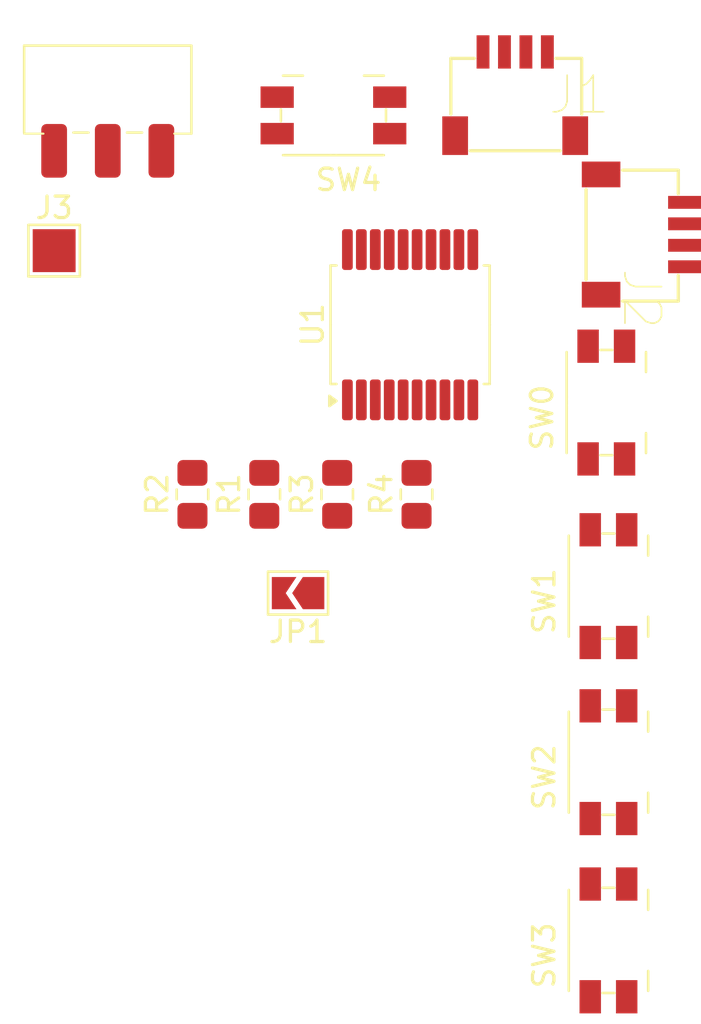
<source format=kicad_pcb>
(kicad_pcb (version 20241229) (generator "pcbnew") (generator_version "9.0")
  (layers (0 "F.Cu" signal) (2 "B.Cu" signal) (13 "F.Paste" user) (15 "B.Paste" user) (5 "F.SilkS" user "F.Silkscreen") (7 "B.SilkS" user "B.Silkscreen") (1 "F.Mask" user) (3 "B.Mask" user) (25 "Edge.Cuts" user))
  (net 0 "")
  (net 1 "/SDA")
  (net 2 "/SCL")
  (net 3 "GND")
  (net 5 "VCC")
  (net 9 "Net-(J3-Pin_1)")
  (net 10 "/A0")
  (net 11 "Net-(U1-~{RESET})")
  (net 12 "/index")
  (net 13 "/middle")
  (net 14 "/ring")
  (net 15 "/pinky")
  (net 16 "/thumb")
  (footprint "sw_spdt_slide_mskt-12c03:Untitled" (layer "F.Cu") (at 224.9 76.4 180)
    (property "Reference" "SW5" (hide yes))
    (property "Value" "SW_DPDT_x2" (hide yes))
    (fp_line (start 3.9 -1.65) (end 3.9 2.4) (stroke (width 0.12)) (layer "F.SilkS"))
    (fp_line (start 3 -1.7) (end 3.9 -1.7) (stroke (width 0.1)) (layer "F.SilkS"))
    (fp_line (start 1.6 -1.65) (end 0.9 -1.65) (stroke (width 0.12)) (layer "F.SilkS"))
    (fp_line (start -0.9 -1.65) (end -1.6 -1.65) (stroke (width 0.12)) (layer "F.SilkS"))
    (fp_line (start -3.1 -1.7) (end -3.9 -1.7) (stroke (width 0.1)) (layer "F.SilkS"))
    (fp_line (start -3.9 2.4) (end 3.9 2.4) (stroke (width 0.12)) (layer "F.SilkS"))
    (fp_line (start -3.9 2.4) (end -3.9 -1.7) (stroke (width 0.12)) (layer "F.SilkS"))
    (pad "" np_thru_hole circle (at -1.5 0.25 180) (size 0.9 0.9) (drill 0.9) (layers "*.Cu" "*.Mask"))
    (pad "" np_thru_hole circle (at 1.5 0.25 180) (size 0.9 0.9) (drill 0.9) (layers "*.Cu" "*.Mask"))
    (pad "1" smd roundrect (at -2.5 -2.5 180) (size 1.2 2.5) (layers "F.Cu" "F.Mask" "F.Paste") (roundrect_rratio 0.2))
    (pad "2" smd roundrect (at 0 -2.5 180) (size 1.2 2.5) (layers "F.Cu" "F.Mask" "F.Paste") (roundrect_rratio 0.2) (net 3 "GND"))
    (pad "3" smd roundrect (at 2.5 -2.5 180) (size 1.2 2.5) (layers "F.Cu" "F.Mask" "F.Paste") (roundrect_rratio 0.2) (net 9 "Net-(J3-Pin_1)"))
  )
  (footprint "Button_Switch_SMD:Panasonic_EVQPUL_EVQPUC" (layer "F.Cu") (at 248.25 115.675 -90)
    (property "Reference" "SW3" (at 0.7 3 90) (layer "F.SilkS"))
    (property "Value" "SW_Push" (hide yes))
    (fp_line (start 2.35 1.85) (end -2.35 1.85) (stroke (width 0.12)) (layer "F.SilkS"))
    (fp_line (start -2.45 0.275) (end -2.45 -0.275) (stroke (width 0.12)) (layer "F.SilkS"))
    (fp_line (start 2.45 0.275) (end 2.45 -0.275) (stroke (width 0.12)) (layer "F.SilkS"))
    (fp_line (start -1.425 -1.85) (end -2.35 -1.85) (stroke (width 0.12)) (layer "F.SilkS"))
    (fp_line (start 2.35 -1.85) (end 1.425 -1.85) (stroke (width 0.12)) (layer "F.SilkS"))
    (pad "" np_thru_hole circle (at 0 -1.375 90) (size 0.75 0.75) (drill 0.75) (layers "*.Cu" "*.Mask"))
    (pad "" np_thru_hole circle (at 0 1.375 90) (size 0.75 0.75) (drill 0.75) (layers "*.Cu" "*.Mask"))
    (pad "1" smd rect (at -2.625 -0.85 90) (size 1.55 1) (layers "F.Cu" "F.Mask" "F.Paste") (net 15 "/pinky"))
    (pad "1" smd rect (at 2.625 -0.85 90) (size 1.55 1) (layers "F.Cu" "F.Mask" "F.Paste") (net 15 "/pinky"))
    (pad "2" smd rect (at -2.625 0.85 90) (size 1.55 1) (layers "F.Cu" "F.Mask" "F.Paste") (net 3 "GND"))
    (pad "2" smd rect (at 2.625 0.85 90) (size 1.55 1) (layers "F.Cu" "F.Mask" "F.Paste") (net 3 "GND"))
  )
  (footprint "Package_SO:SSOP-20_5.3x7.2mm_P0.65mm" (layer "F.Cu") (at 239 87 90)
    (property "Reference" "U1" (at 0 -4.55 90) (layer "F.SilkS"))
    (property "Value" "MCP23008-xSS" (hide yes))
    (fp_line (start 2.76 -3.71) (end 2.76 -3.435) (stroke (width 0.12)) (layer "F.SilkS"))
    (fp_line (start 0 -3.71) (end 2.76 -3.71) (stroke (width 0.12)) (layer "F.SilkS"))
    (fp_line (start 0 -3.71) (end -2.76 -3.71) (stroke (width 0.12)) (layer "F.SilkS"))
    (fp_line (start -2.76 -3.71) (end -2.76 -3.435) (stroke (width 0.12)) (layer "F.SilkS"))
    (fp_line (start 2.76 3.71) (end 2.76 3.435) (stroke (width 0.12)) (layer "F.SilkS"))
    (fp_line (start 0 3.71) (end 2.76 3.71) (stroke (width 0.12)) (layer "F.SilkS"))
    (fp_line (start 0 3.71) (end -2.76 3.71) (stroke (width 0.12)) (layer "F.SilkS"))
    (fp_line (start -2.76 3.71) (end -2.76 3.435) (stroke (width 0.12)) (layer "F.SilkS"))
    (fp_poly (pts (xy -3.55 -3.435) (xy -3.79 -3.765) (xy -3.31 -3.765) (xy -3.55 -3.435)) (stroke (width 0.12)) (fill yes) (layer "F.SilkS"))
    (pad "1" smd roundrect (at -3.5 -2.925 90) (size 1.9 0.5) (layers "F.Cu" "F.Mask" "F.Paste") (net 2 "/SCL"))
    (pad "2" smd roundrect (at -3.5 -2.275 90) (size 1.9 0.5) (layers "F.Cu" "F.Mask" "F.Paste") (net 1 "/SDA"))
    (pad "3" smd roundrect (at -3.5 -1.625 90) (size 1.9 0.5) (layers "F.Cu" "F.Mask" "F.Paste") (net 3 "GND"))
    (pad "4" smd roundrect (at -3.5 -0.975 90) (size 1.9 0.5) (layers "F.Cu" "F.Mask" "F.Paste") (net 3 "GND"))
    (pad "5" smd roundrect (at -3.5 -0.325 90) (size 1.9 0.5) (layers "F.Cu" "F.Mask" "F.Paste") (net 10 "/A0"))
    (pad "6" smd roundrect (at -3.5 0.325 90) (size 1.9 0.5) (layers "F.Cu" "F.Mask" "F.Paste") (net 11 "Net-(U1-~{RESET})"))
    (pad "7" smd roundrect (at -3.5 0.975 90) (size 1.9 0.5) (layers "F.Cu" "F.Mask" "F.Paste"))
    (pad "8" smd roundrect (at -3.5 1.625 90) (size 1.9 0.5) (layers "F.Cu" "F.Mask" "F.Paste"))
    (pad "9" smd roundrect (at -3.5 2.275 90) (size 1.9 0.5) (layers "F.Cu" "F.Mask" "F.Paste") (net 3 "GND"))
    (pad "10" smd roundrect (at -3.5 2.925 90) (size 1.9 0.5) (layers "F.Cu" "F.Mask" "F.Paste"))
    (pad "11" smd roundrect (at 3.5 2.925 90) (size 1.9 0.5) (layers "F.Cu" "F.Mask" "F.Paste"))
    (pad "12" smd roundrect (at 3.5 2.275 90) (size 1.9 0.5) (layers "F.Cu" "F.Mask" "F.Paste") (net 12 "/index"))
    (pad "13" smd roundrect (at 3.5 1.625 90) (size 1.9 0.5) (layers "F.Cu" "F.Mask" "F.Paste") (net 13 "/middle"))
    (pad "14" smd roundrect (at 3.5 0.975 90) (size 1.9 0.5) (layers "F.Cu" "F.Mask" "F.Paste") (net 14 "/ring"))
    (pad "15" smd roundrect (at 3.5 0.325 90) (size 1.9 0.5) (layers "F.Cu" "F.Mask" "F.Paste") (net 15 "/pinky"))
    (pad "16" smd roundrect (at 3.5 -0.325 90) (size 1.9 0.5) (layers "F.Cu" "F.Mask" "F.Paste") (net 16 "/thumb"))
    (pad "17" smd roundrect (at 3.5 -0.975 90) (size 1.9 0.5) (layers "F.Cu" "F.Mask" "F.Paste"))
    (pad "18" smd roundrect (at 3.5 -1.625 90) (size 1.9 0.5) (layers "F.Cu" "F.Mask" "F.Paste"))
    (pad "19" smd roundrect (at 3.5 -2.275 90) (size 1.9 0.5) (layers "F.Cu" "F.Mask" "F.Paste"))
    (pad "20" smd roundrect (at 3.5 -2.925 90) (size 1.9 0.5) (layers "F.Cu" "F.Mask" "F.Paste") (net 5 "VCC"))
  )
  (footprint "Resistor_SMD:R_0805_2012Metric_Pad1.20x1.40mm_HandSolder" (layer "F.Cu") (at 228.85 94.9 90)
    (property "Reference" "R2" (at 0 -1.65 90) (layer "F.SilkS"))
    (property "Value" "10k")
    (fp_line (start -0.227064 -0.735) (end 0.227064 -0.735) (stroke (width 0.12)) (layer "F.SilkS"))
    (fp_line (start -0.227064 0.735) (end 0.227064 0.735) (stroke (width 0.12)) (layer "F.SilkS"))
    (pad "1" smd roundrect (at -1 0 90) (size 1.2 1.4) (layers "F.Cu" "F.Mask" "F.Paste") (roundrect_rratio 0.208333) (net 5 "VCC"))
    (pad "2" smd roundrect (at 1 0 90) (size 1.2 1.4) (layers "F.Cu" "F.Mask" "F.Paste") (roundrect_rratio 0.208333) (net 2 "/SCL"))
  )
  (footprint "Jumper:SolderJumper-2_P1.3mm_Open_TrianglePad1.0x1.5mm" (layer "F.Cu") (at 233.775 99.5 180)
    (property "Reference" "JP1" (at 0 -1.8 0) (layer "F.SilkS"))
    (property "Value" "SolderJumper_2_Open" (hide yes))
    (fp_line (start 1.4 1) (end -1.4 1) (stroke (width 0.12)) (layer "F.SilkS"))
    (fp_line (start 1.4 -1) (end 1.4 1) (stroke (width 0.12)) (layer "F.SilkS"))
    (fp_line (start -1.4 1) (end -1.4 -1) (stroke (width 0.12)) (layer "F.SilkS"))
    (fp_line (start -1.4 -1) (end 1.4 -1) (stroke (width 0.12)) (layer "F.SilkS"))
    (pad "1" smd custom (at -0.725 0 180) (size 0.3 0.3) (layers "F.Cu" "F.Mask") (net 10 "/A0") (options (clearance outline) (anchor rect)) (primitives (gr_poly (pts (xy 1 0) (xy 0.5 0.75) (xy -0.5 0.75) (xy -0.5 -0.75) (xy 0.5 -0.75)) (width 0) (fill yes))))
    (pad "2" smd custom (at 0.725 0 180) (size 0.3 0.3) (layers "F.Cu" "F.Mask") (net 5 "VCC") (options (clearance outline) (anchor rect)) (primitives (gr_poly (pts (xy 0.5 0.75) (xy -0.65 0.75) (xy -0.15 0) (xy -0.65 -0.75) (xy 0.5 -0.75)) (width 0) (fill yes))))
  )
  (footprint "footprints:JST_SH4" (layer "F.Cu") (at 249.8 82.8 -90)
    (property "Reference" "J2" (at 4.5 -1 270) (layer "F.SilkS") (effects (font (size 1.703222 1.703222) (thickness 0.074778)) (justify right top)))
    (property "Value" "Conn_01x06_Socket" (hide yes))
    (fp_line (start -2.1 2.594) (end 2.1 2.594) (stroke (width 0.1524)) (layer "F.SilkS"))
    (fp_line (start -3 0.894) (end -3 -1.706) (stroke (width 0.1524)) (layer "F.SilkS"))
    (fp_line (start -3 -1.706) (end -1.9 -1.706) (stroke (width 0.1524)) (layer "F.SilkS"))
    (fp_line (start 1.9 -1.706) (end 3.1 -1.706) (stroke (width 0.1524)) (layer "F.SilkS"))
    (fp_line (start 3.1 -1.706) (end 3.1 0.894) (stroke (width 0.1524)) (layer "F.SilkS"))
    (pad "1" smd rect (at -1.5 -2.006) (size 1.55 0.6) (layers "F.Cu" "F.Mask" "F.Paste") (net 3 "GND"))
    (pad "2" smd rect (at -0.5 -2.006) (size 1.55 0.6) (layers "F.Cu" "F.Mask" "F.Paste") (net 5 "VCC"))
    (pad "3" smd rect (at 0.5 -2.006) (size 1.55 0.6) (layers "F.Cu" "F.Mask" "F.Paste") (net 1 "/SDA"))
    (pad "4" smd rect (at 1.5 -2.006) (size 1.55 0.6) (layers "F.Cu" "F.Mask" "F.Paste") (net 2 "/SCL"))
    (pad "5" smd rect (at -2.8 1.894) (size 1.8 1.2) (layers "F.Cu" "F.Mask" "F.Paste"))
    (pad "6" smd rect (at 2.8 1.894) (size 1.8 1.2) (layers "F.Cu" "F.Mask" "F.Paste"))
  )
  (footprint "Button_Switch_SMD:Panasonic_EVQPUL_EVQPUC" (layer "F.Cu") (at 248.25 99.175 -90)
    (property "Reference" "SW1" (at 0.7 3 90) (layer "F.SilkS"))
    (property "Value" "SW_Push" (hide yes))
    (fp_line (start 2.35 1.85) (end -2.35 1.85) (stroke (width 0.12)) (layer "F.SilkS"))
    (fp_line (start -2.45 0.275) (end -2.45 -0.275) (stroke (width 0.12)) (layer "F.SilkS"))
    (fp_line (start 2.45 0.275) (end 2.45 -0.275) (stroke (width 0.12)) (layer "F.SilkS"))
    (fp_line (start -1.425 -1.85) (end -2.35 -1.85) (stroke (width 0.12)) (layer "F.SilkS"))
    (fp_line (start 2.35 -1.85) (end 1.425 -1.85) (stroke (width 0.12)) (layer "F.SilkS"))
    (pad "" np_thru_hole circle (at 0 -1.375 90) (size 0.75 0.75) (drill 0.75) (layers "*.Cu" "*.Mask"))
    (pad "" np_thru_hole circle (at 0 1.375 90) (size 0.75 0.75) (drill 0.75) (layers "*.Cu" "*.Mask"))
    (pad "1" smd rect (at -2.625 -0.85 90) (size 1.55 1) (layers "F.Cu" "F.Mask" "F.Paste") (net 13 "/middle"))
    (pad "1" smd rect (at 2.625 -0.85 90) (size 1.55 1) (layers "F.Cu" "F.Mask" "F.Paste") (net 13 "/middle"))
    (pad "2" smd rect (at -2.625 0.85 90) (size 1.55 1) (layers "F.Cu" "F.Mask" "F.Paste") (net 3 "GND"))
    (pad "2" smd rect (at 2.625 0.85 90) (size 1.55 1) (layers "F.Cu" "F.Mask" "F.Paste") (net 3 "GND"))
  )
  (footprint "Button_Switch_SMD:Panasonic_EVQPUL_EVQPUC" (layer "F.Cu") (at 248.25 107.375 -90)
    (property "Reference" "SW2" (at 0.7 3 90) (layer "F.SilkS"))
    (property "Value" "SW_Push" (hide yes))
    (fp_line (start 2.35 1.85) (end -2.35 1.85) (stroke (width 0.12)) (layer "F.SilkS"))
    (fp_line (start -2.45 0.275) (end -2.45 -0.275) (stroke (width 0.12)) (layer "F.SilkS"))
    (fp_line (start 2.45 0.275) (end 2.45 -0.275) (stroke (width 0.12)) (layer "F.SilkS"))
    (fp_line (start -1.425 -1.85) (end -2.35 -1.85) (stroke (width 0.12)) (layer "F.SilkS"))
    (fp_line (start 2.35 -1.85) (end 1.425 -1.85) (stroke (width 0.12)) (layer "F.SilkS"))
    (pad "" np_thru_hole circle (at 0 -1.375 90) (size 0.75 0.75) (drill 0.75) (layers "*.Cu" "*.Mask"))
    (pad "" np_thru_hole circle (at 0 1.375 90) (size 0.75 0.75) (drill 0.75) (layers "*.Cu" "*.Mask"))
    (pad "1" smd rect (at -2.625 -0.85 90) (size 1.55 1) (layers "F.Cu" "F.Mask" "F.Paste") (net 14 "/ring"))
    (pad "1" smd rect (at 2.625 -0.85 90) (size 1.55 1) (layers "F.Cu" "F.Mask" "F.Paste") (net 14 "/ring"))
    (pad "2" smd rect (at -2.625 0.85 90) (size 1.55 1) (layers "F.Cu" "F.Mask" "F.Paste") (net 3 "GND"))
    (pad "2" smd rect (at 2.625 0.85 90) (size 1.55 1) (layers "F.Cu" "F.Mask" "F.Paste") (net 3 "GND"))
  )
  (footprint "footprints:JST_SH4" (layer "F.Cu") (at 243.9 76.3)
    (property "Reference" "J1" (at 4.5 -1 0) (layer "F.SilkS") (effects (font (size 1.703222 1.703222) (thickness 0.074778)) (justify right top)))
    (property "Value" "Conn_01x06_Socket" (hide yes))
    (fp_line (start -3 -1.706) (end -1.9 -1.706) (stroke (width 0.1524)) (layer "F.SilkS"))
    (fp_line (start -3 0.894) (end -3 -1.706) (stroke (width 0.1524)) (layer "F.SilkS"))
    (fp_line (start -2.1 2.594) (end 2.1 2.594) (stroke (width 0.1524)) (layer "F.SilkS"))
    (fp_line (start 1.9 -1.706) (end 3.1 -1.706) (stroke (width 0.1524)) (layer "F.SilkS"))
    (fp_line (start 3.1 -1.706) (end 3.1 0.894) (stroke (width 0.1524)) (layer "F.SilkS"))
    (pad "1" smd rect (at -1.5 -2.006 90) (size 1.55 0.6) (layers "F.Cu" "F.Mask" "F.Paste") (net 3 "GND"))
    (pad "2" smd rect (at -0.5 -2.006 90) (size 1.55 0.6) (layers "F.Cu" "F.Mask" "F.Paste") (net 5 "VCC"))
    (pad "3" smd rect (at 0.5 -2.006 90) (size 1.55 0.6) (layers "F.Cu" "F.Mask" "F.Paste") (net 1 "/SDA"))
    (pad "4" smd rect (at 1.5 -2.006 90) (size 1.55 0.6) (layers "F.Cu" "F.Mask" "F.Paste") (net 2 "/SCL"))
    (pad "5" smd rect (at -2.8 1.894 90) (size 1.8 1.2) (layers "F.Cu" "F.Mask" "F.Paste"))
    (pad "6" smd rect (at 2.8 1.894 90) (size 1.8 1.2) (layers "F.Cu" "F.Mask" "F.Paste"))
  )
  (footprint "Resistor_SMD:R_0805_2012Metric_Pad1.20x1.40mm_HandSolder" (layer "F.Cu") (at 232.2 94.9 90)
    (property "Reference" "R1" (at 0 -1.65 90) (layer "F.SilkS"))
    (property "Value" "10k")
    (fp_line (start -0.227064 -0.735) (end 0.227064 -0.735) (stroke (width 0.12)) (layer "F.SilkS"))
    (fp_line (start -0.227064 0.735) (end 0.227064 0.735) (stroke (width 0.12)) (layer "F.SilkS"))
    (pad "1" smd roundrect (at -1 0 90) (size 1.2 1.4) (layers "F.Cu" "F.Mask" "F.Paste") (roundrect_rratio 0.208333) (net 5 "VCC"))
    (pad "2" smd roundrect (at 1 0 90) (size 1.2 1.4) (layers "F.Cu" "F.Mask" "F.Paste") (roundrect_rratio 0.208333) (net 1 "/SDA"))
  )
  (footprint "TestPoint:TestPoint_Pad_2.0x2.0mm" (layer "F.Cu") (at 222.4 83.55)
    (property "Reference" "J3" (at 0 -1.998 0) (layer "F.SilkS"))
    (property "Value" "Conn_01x01_Pin" (hide yes))
    (fp_line (start -1.2 -1.2) (end 1.2 -1.2) (stroke (width 0.12)) (layer "F.SilkS"))
    (fp_line (start -1.2 1.2) (end -1.2 -1.2) (stroke (width 0.12)) (layer "F.SilkS"))
    (fp_line (start 1.2 -1.2) (end 1.2 1.2) (stroke (width 0.12)) (layer "F.SilkS"))
    (fp_line (start 1.2 1.2) (end -1.2 1.2) (stroke (width 0.12)) (layer "F.SilkS"))
    (pad "1" smd rect (at 0 0) (size 2 2) (layers "F.Cu" "F.Mask") (net 9 "Net-(J3-Pin_1)"))
  )
  (footprint "Button_Switch_SMD:Panasonic_EVQPUL_EVQPUC" (layer "F.Cu") (at 235.425 77.25)
    (property "Reference" "SW4" (at 0.7 3 180) (layer "F.SilkS"))
    (property "Value" "SW_Push" (hide yes))
    (fp_line (start -2.45 0.275) (end -2.45 -0.275) (stroke (width 0.12)) (layer "F.SilkS"))
    (fp_line (start -1.425 -1.85) (end -2.35 -1.85) (stroke (width 0.12)) (layer "F.SilkS"))
    (fp_line (start 2.35 -1.85) (end 1.425 -1.85) (stroke (width 0.12)) (layer "F.SilkS"))
    (fp_line (start 2.35 1.85) (end -2.35 1.85) (stroke (width 0.12)) (layer "F.SilkS"))
    (fp_line (start 2.45 0.275) (end 2.45 -0.275) (stroke (width 0.12)) (layer "F.SilkS"))
    (pad "" np_thru_hole circle (at 0 -1.375 180) (size 0.75 0.75) (drill 0.75) (layers "*.Cu" "*.Mask"))
    (pad "" np_thru_hole circle (at 0 1.375 180) (size 0.75 0.75) (drill 0.75) (layers "*.Cu" "*.Mask"))
    (pad "1" smd rect (at -2.625 -0.85 180) (size 1.55 1) (layers "F.Cu" "F.Mask" "F.Paste") (net 16 "/thumb"))
    (pad "1" smd rect (at 2.625 -0.85 180) (size 1.55 1) (layers "F.Cu" "F.Mask" "F.Paste") (net 16 "/thumb"))
    (pad "2" smd rect (at -2.625 0.85 180) (size 1.55 1) (layers "F.Cu" "F.Mask" "F.Paste") (net 3 "GND"))
    (pad "2" smd rect (at 2.625 0.85 180) (size 1.55 1) (layers "F.Cu" "F.Mask" "F.Paste") (net 3 "GND"))
  )
  (footprint "Resistor_SMD:R_0805_2012Metric_Pad1.20x1.40mm_HandSolder" (layer "F.Cu") (at 239.3 94.9 90)
    (property "Reference" "R4" (at 0 -1.65 90) (layer "F.SilkS"))
    (property "Value" "10k")
    (fp_line (start -0.227064 -0.735) (end 0.227064 -0.735) (stroke (width 0.12)) (layer "F.SilkS"))
    (fp_line (start -0.227064 0.735) (end 0.227064 0.735) (stroke (width 0.12)) (layer "F.SilkS"))
    (pad "1" smd roundrect (at -1 0 90) (size 1.2 1.4) (layers "F.Cu" "F.Mask" "F.Paste") (roundrect_rratio 0.208333) (net 5 "VCC"))
    (pad "2" smd roundrect (at 1 0 90) (size 1.2 1.4) (layers "F.Cu" "F.Mask" "F.Paste") (roundrect_rratio 0.208333) (net 11 "Net-(U1-~{RESET})"))
  )
  (footprint "Resistor_SMD:R_0805_2012Metric_Pad1.20x1.40mm_HandSolder" (layer "F.Cu") (at 235.6 94.9 90)
    (property "Reference" "R3" (at 0 -1.65 90) (layer "F.SilkS"))
    (property "Value" "10k")
    (fp_line (start -0.227064 -0.735) (end 0.227064 -0.735) (stroke (width 0.12)) (layer "F.SilkS"))
    (fp_line (start -0.227064 0.735) (end 0.227064 0.735) (stroke (width 0.12)) (layer "F.SilkS"))
    (pad "1" smd roundrect (at -1 0 90) (size 1.2 1.4) (layers "F.Cu" "F.Mask" "F.Paste") (roundrect_rratio 0.208333) (net 3 "GND"))
    (pad "2" smd roundrect (at 1 0 90) (size 1.2 1.4) (layers "F.Cu" "F.Mask" "F.Paste") (roundrect_rratio 0.208333) (net 10 "/A0"))
  )
  (footprint "Button_Switch_SMD:Panasonic_EVQPUL_EVQPUC" (layer "F.Cu") (at 248.15 90.625 -90)
    (property "Reference" "SW0" (at 0.7 3 90) (layer "F.SilkS"))
    (property "Value" "SW_Push" (hide yes))
    (fp_line (start 2.35 1.85) (end -2.35 1.85) (stroke (width 0.12)) (layer "F.SilkS"))
    (fp_line (start -2.45 0.275) (end -2.45 -0.275) (stroke (width 0.12)) (layer "F.SilkS"))
    (fp_line (start 2.45 0.275) (end 2.45 -0.275) (stroke (width 0.12)) (layer "F.SilkS"))
    (fp_line (start -1.425 -1.85) (end -2.35 -1.85) (stroke (width 0.12)) (layer "F.SilkS"))
    (fp_line (start 2.35 -1.85) (end 1.425 -1.85) (stroke (width 0.12)) (layer "F.SilkS"))
    (pad "" np_thru_hole circle (at 0 -1.375 90) (size 0.75 0.75) (drill 0.75) (layers "*.Cu" "*.Mask"))
    (pad "" np_thru_hole circle (at 0 1.375 90) (size 0.75 0.75) (drill 0.75) (layers "*.Cu" "*.Mask"))
    (pad "1" smd rect (at -2.625 -0.85 90) (size 1.55 1) (layers "F.Cu" "F.Mask" "F.Paste") (net 12 "/index"))
    (pad "1" smd rect (at 2.625 -0.85 90) (size 1.55 1) (layers "F.Cu" "F.Mask" "F.Paste") (net 12 "/index"))
    (pad "2" smd rect (at -2.625 0.85 90) (size 1.55 1) (layers "F.Cu" "F.Mask" "F.Paste") (net 3 "GND"))
    (pad "2" smd rect (at 2.625 0.85 90) (size 1.55 1) (layers "F.Cu" "F.Mask" "F.Paste") (net 3 "GND"))
  )
)
</source>
